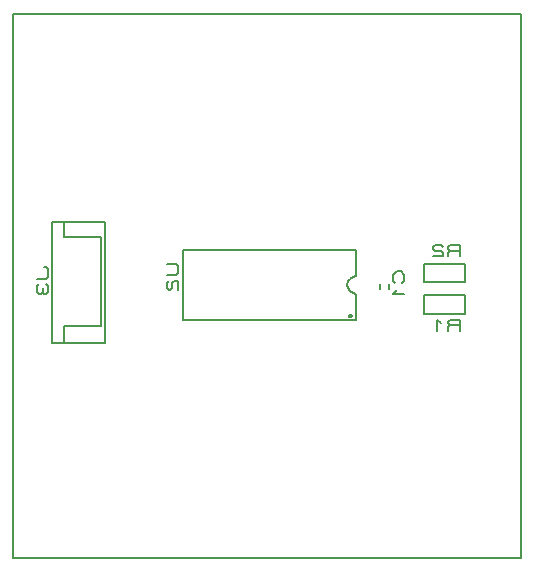
<source format=gbo>
G04 PROTEUS RS274X GERBER FILE*
%FSLAX24Y24*%
%MOIN*%
%ADD14C,0.0050*%
G54D14*
X-8464Y-9055D02*
X+8464Y-9055D01*
X+8464Y+9055D01*
X-8464Y+9055D01*
X-8464Y-9055D01*
X+2958Y-1135D02*
X+2958Y-254D01*
X+2842Y-231D01*
X+2749Y-169D01*
X+2687Y-76D01*
X+2664Y+39D01*
X+2958Y+333D02*
X+2842Y+310D01*
X+2749Y+248D01*
X+2687Y+155D01*
X+2664Y+39D01*
X+2958Y+333D02*
X+2958Y+1214D01*
X-2801Y-835D02*
X-2801Y+914D01*
X+2828Y-1135D02*
X-2671Y-1135D01*
X+2828Y+1214D02*
X-2671Y+1214D01*
X+2828Y-1135D02*
X+2958Y-1135D01*
X+2958Y+1214D02*
X+2828Y+1214D01*
X-2801Y+914D02*
X-2801Y+1214D01*
X-2671Y+1214D01*
X-2671Y-1135D02*
X-2801Y-1135D01*
X-2801Y-835D01*
X+2804Y-995D02*
X+2804Y-993D01*
X+2803Y-987D01*
X+2801Y-981D01*
X+2799Y-975D01*
X+2794Y-969D01*
X+2789Y-964D01*
X+2783Y-960D01*
X+2777Y-957D01*
X+2771Y-956D01*
X+2765Y-955D01*
X+2764Y-955D01*
X+2724Y-995D02*
X+2724Y-993D01*
X+2725Y-987D01*
X+2727Y-981D01*
X+2729Y-975D01*
X+2734Y-969D01*
X+2739Y-964D01*
X+2745Y-960D01*
X+2751Y-957D01*
X+2757Y-956D01*
X+2763Y-955D01*
X+2764Y-955D01*
X+2724Y-995D02*
X+2724Y-997D01*
X+2725Y-1003D01*
X+2727Y-1009D01*
X+2729Y-1015D01*
X+2734Y-1021D01*
X+2739Y-1026D01*
X+2745Y-1030D01*
X+2751Y-1033D01*
X+2757Y-1034D01*
X+2763Y-1035D01*
X+2764Y-1035D01*
X+2804Y-995D02*
X+2804Y-997D01*
X+2803Y-1003D01*
X+2801Y-1009D01*
X+2799Y-1015D01*
X+2794Y-1021D01*
X+2789Y-1026D01*
X+2783Y-1030D01*
X+2777Y-1033D01*
X+2771Y-1034D01*
X+2765Y-1035D01*
X+2764Y-1035D01*
X-3355Y+736D02*
X-3055Y+736D01*
X-2995Y+674D01*
X-2995Y+424D01*
X-3055Y+361D01*
X-3355Y+361D01*
X-3295Y+174D02*
X-3355Y+111D01*
X-3355Y-76D01*
X-3295Y-139D01*
X-3235Y-139D01*
X-3175Y-76D01*
X-3175Y+111D01*
X-3115Y+174D01*
X-2995Y+174D01*
X-2995Y-139D01*
X+5222Y-944D02*
X+6600Y-944D01*
X+6600Y-314D01*
X+5222Y-314D01*
X+5222Y-944D01*
X+6411Y-1489D02*
X+6411Y-1129D01*
X+6099Y-1129D01*
X+6036Y-1189D01*
X+6036Y-1249D01*
X+6099Y-1309D01*
X+6411Y-1309D01*
X+6099Y-1309D02*
X+6036Y-1369D01*
X+6036Y-1489D01*
X+5786Y-1249D02*
X+5661Y-1129D01*
X+5661Y-1489D01*
X+5222Y+118D02*
X+6600Y+118D01*
X+6600Y+748D01*
X+5222Y+748D01*
X+5222Y+118D01*
X+6411Y+991D02*
X+6411Y+1351D01*
X+6099Y+1351D01*
X+6036Y+1291D01*
X+6036Y+1231D01*
X+6099Y+1171D01*
X+6411Y+1171D01*
X+6099Y+1171D02*
X+6036Y+1111D01*
X+6036Y+991D01*
X+5849Y+1291D02*
X+5786Y+1351D01*
X+5599Y+1351D01*
X+5536Y+1291D01*
X+5536Y+1231D01*
X+5599Y+1171D01*
X+5786Y+1171D01*
X+5849Y+1111D01*
X+5849Y+991D01*
X+5536Y+991D01*
X+4057Y-104D02*
X+4057Y+75D01*
X+3737Y-104D02*
X+3737Y+75D01*
X+4502Y+110D02*
X+4562Y+173D01*
X+4562Y+360D01*
X+4442Y+485D01*
X+4322Y+485D01*
X+4202Y+360D01*
X+4202Y+173D01*
X+4262Y+110D01*
X+4322Y-140D02*
X+4202Y-265D01*
X+4562Y-265D01*
X-6778Y+2089D02*
X-6778Y+1774D01*
X-6778Y+1616D01*
X-5557Y+1616D01*
X-5557Y-1336D01*
X-6778Y-1336D01*
X-6778Y-1887D01*
X-6778Y+2010D02*
X-6778Y+2128D01*
X-7172Y-1887D02*
X-5400Y-1887D01*
X-5400Y+2128D01*
X-7172Y+2128D01*
X-7172Y-1887D01*
X-7437Y+622D02*
X-7377Y+622D01*
X-7317Y+560D01*
X-7317Y+310D01*
X-7377Y+247D01*
X-7677Y+247D01*
X-7617Y+60D02*
X-7677Y-3D01*
X-7677Y-190D01*
X-7617Y-253D01*
X-7557Y-253D01*
X-7497Y-190D01*
X-7437Y-253D01*
X-7377Y-253D01*
X-7317Y-190D01*
X-7317Y-3D01*
X-7377Y+60D01*
X-7497Y-65D02*
X-7497Y-190D01*
M00*

</source>
